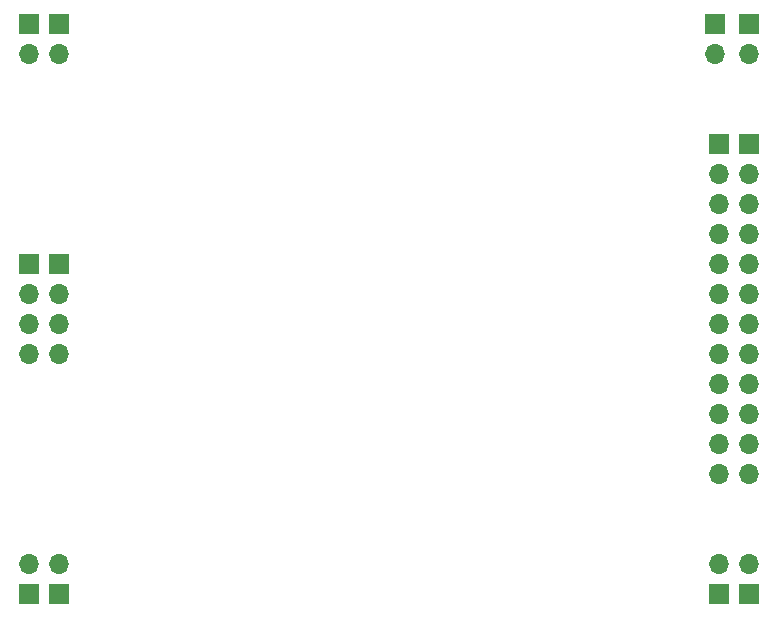
<source format=gbr>
%TF.GenerationSoftware,KiCad,Pcbnew,(6.0.5)*%
%TF.CreationDate,2022-08-08T19:57:53+02:00*%
%TF.ProjectId,Clock,436c6f63-6b2e-46b6-9963-61645f706362,rev?*%
%TF.SameCoordinates,Original*%
%TF.FileFunction,Soldermask,Bot*%
%TF.FilePolarity,Negative*%
%FSLAX46Y46*%
G04 Gerber Fmt 4.6, Leading zero omitted, Abs format (unit mm)*
G04 Created by KiCad (PCBNEW (6.0.5)) date 2022-08-08 19:57:53*
%MOMM*%
%LPD*%
G01*
G04 APERTURE LIST*
%ADD10R,1.700000X1.700000*%
%ADD11O,1.700000X1.700000*%
G04 APERTURE END LIST*
D10*
%TO.C,J9*%
X81280000Y-96520000D03*
D11*
X81280000Y-99060000D03*
%TD*%
D10*
%TO.C,J11*%
X139700000Y-106680000D03*
D11*
X139700000Y-109220000D03*
X139700000Y-111760000D03*
X139700000Y-114300000D03*
X139700000Y-116840000D03*
X139700000Y-119380000D03*
X139700000Y-121920000D03*
X139700000Y-124460000D03*
X139700000Y-127000000D03*
X139700000Y-129540000D03*
X139700000Y-132080000D03*
X139700000Y-134620000D03*
%TD*%
D10*
%TO.C,J8*%
X142240000Y-106680000D03*
D11*
X142240000Y-109220000D03*
X142240000Y-111760000D03*
X142240000Y-114300000D03*
X142240000Y-116840000D03*
X142240000Y-119380000D03*
X142240000Y-121920000D03*
X142240000Y-124460000D03*
X142240000Y-127000000D03*
X142240000Y-129540000D03*
X142240000Y-132080000D03*
X142240000Y-134620000D03*
%TD*%
D10*
%TO.C,J4*%
X142240000Y-96520000D03*
D11*
X142240000Y-99060000D03*
%TD*%
D10*
%TO.C,J5*%
X81280000Y-116840000D03*
D11*
X81280000Y-119380000D03*
X81280000Y-121920000D03*
X81280000Y-124460000D03*
%TD*%
D10*
%TO.C,J1*%
X139382500Y-96520000D03*
D11*
X139382500Y-99060000D03*
%TD*%
D10*
%TO.C,J3*%
X83820000Y-144785000D03*
D11*
X83820000Y-142245000D03*
%TD*%
D10*
%TO.C,J12*%
X83820000Y-96520000D03*
D11*
X83820000Y-99060000D03*
%TD*%
D10*
%TO.C,J6*%
X81280000Y-144785000D03*
D11*
X81280000Y-142245000D03*
%TD*%
D10*
%TO.C,J2*%
X83820000Y-116840000D03*
D11*
X83820000Y-119380000D03*
X83820000Y-121920000D03*
X83820000Y-124460000D03*
%TD*%
D10*
%TO.C,J10*%
X142240000Y-144780000D03*
D11*
X142240000Y-142240000D03*
%TD*%
D10*
%TO.C,J7*%
X139700000Y-144780000D03*
D11*
X139700000Y-142240000D03*
%TD*%
M02*

</source>
